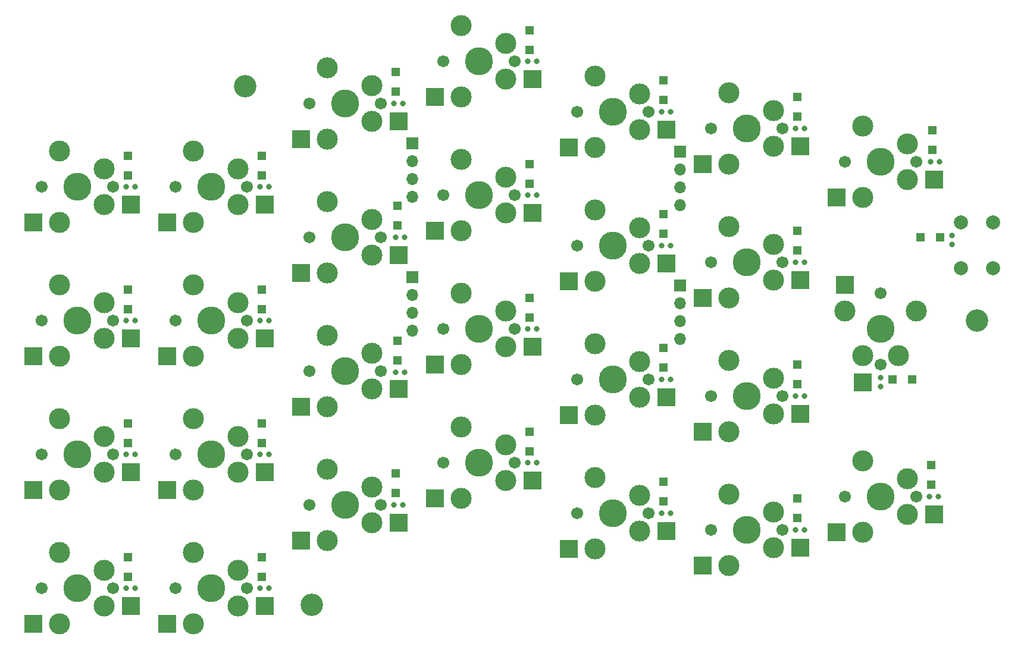
<source format=gbr>
%TF.GenerationSoftware,KiCad,Pcbnew,6.0.4*%
%TF.CreationDate,2022-05-08T18:53:29+02:00*%
%TF.ProjectId,mykeeb,6d796b65-6562-42e6-9b69-6361645f7063,rev?*%
%TF.SameCoordinates,Original*%
%TF.FileFunction,Soldermask,Bot*%
%TF.FilePolarity,Negative*%
%FSLAX46Y46*%
G04 Gerber Fmt 4.6, Leading zero omitted, Abs format (unit mm)*
G04 Created by KiCad (PCBNEW 6.0.4) date 2022-05-08 18:53:29*
%MOMM*%
%LPD*%
G01*
G04 APERTURE LIST*
%ADD10C,1.701800*%
%ADD11C,3.000000*%
%ADD12C,3.987800*%
%ADD13R,2.550000X2.500000*%
%ADD14R,1.200000X1.200000*%
%ADD15C,0.800000*%
%ADD16C,2.000000*%
%ADD17R,2.500000X2.550000*%
%ADD18R,1.700000X1.700000*%
%ADD19O,1.700000X1.700000*%
%ADD20C,3.200000*%
G04 APERTURE END LIST*
D10*
%TO.C,K26*%
X136604375Y-91678125D03*
D11*
X145494375Y-94218125D03*
X139144375Y-86598125D03*
D12*
X141684375Y-91678125D03*
D11*
X139144375Y-96758125D03*
X145494375Y-89138125D03*
D10*
X146764375Y-91678125D03*
D13*
X135394375Y-96758125D03*
X149244375Y-94218125D03*
%TD*%
D14*
%TO.C,D33*%
X91678125Y-85253625D03*
D15*
X91424125Y-86915625D03*
X92694125Y-86915625D03*
D14*
X91678125Y-82453625D03*
%TD*%
D11*
%TO.C,K14*%
X101044375Y-61039375D03*
X107394375Y-58499375D03*
D10*
X98504375Y-55959375D03*
D11*
X101044375Y-50879375D03*
D10*
X108664375Y-55959375D03*
D11*
X107394375Y-53419375D03*
D12*
X103584375Y-55959375D03*
D13*
X97294375Y-61039375D03*
X111144375Y-58499375D03*
%TD*%
D11*
%TO.C,K12*%
X62944375Y-49688750D03*
X62944375Y-59848750D03*
D12*
X65484375Y-54768750D03*
D10*
X60404375Y-54768750D03*
X70564375Y-54768750D03*
D11*
X69294375Y-57308750D03*
X69294375Y-52228750D03*
D13*
X59194375Y-59848750D03*
X73044375Y-57308750D03*
%TD*%
D15*
%TO.C,D32*%
X72374125Y-92868750D03*
D14*
X72628125Y-91206750D03*
X72628125Y-88406750D03*
D15*
X73644125Y-92868750D03*
%TD*%
D11*
%TO.C,K22*%
X69294375Y-76358750D03*
X62944375Y-68738750D03*
D12*
X65484375Y-73818750D03*
D11*
X62944375Y-78898750D03*
D10*
X70564375Y-73818750D03*
X60404375Y-73818750D03*
D11*
X69294375Y-71278750D03*
D13*
X59194375Y-78898750D03*
X73044375Y-76358750D03*
%TD*%
D15*
%TO.C,D10*%
X34274125Y-66675000D03*
D14*
X34528125Y-65013000D03*
X34528125Y-62213000D03*
D15*
X35544125Y-66675000D03*
%TD*%
D14*
%TO.C,D2*%
X72628125Y-34056750D03*
D15*
X72374125Y-35718750D03*
D14*
X72628125Y-31256750D03*
D15*
X73644125Y-35718750D03*
%TD*%
D11*
%TO.C,K30*%
X31194375Y-107315000D03*
X31194375Y-102235000D03*
X24844375Y-109855000D03*
D10*
X32464375Y-104775000D03*
D12*
X27384375Y-104775000D03*
D10*
X22304375Y-104775000D03*
D11*
X24844375Y-99695000D03*
D13*
X21094375Y-109855000D03*
X34944375Y-107315000D03*
%TD*%
D15*
%TO.C,D14*%
X110474125Y-55959375D03*
D14*
X110728125Y-54297375D03*
D15*
X111744125Y-55959375D03*
D14*
X110728125Y-51497375D03*
%TD*%
%TO.C,D5*%
X129778125Y-37628625D03*
D15*
X129524125Y-39290625D03*
X130794125Y-39290625D03*
D14*
X129778125Y-34828625D03*
%TD*%
%TO.C,D15*%
X129778125Y-56678625D03*
D15*
X129524125Y-58340625D03*
X130794125Y-58340625D03*
D14*
X129778125Y-53878625D03*
%TD*%
%TO.C,D36*%
X150144712Y-54778755D03*
D15*
X151804712Y-54514755D03*
D14*
X147344712Y-54778755D03*
D15*
X151804712Y-55784755D03*
%TD*%
%TO.C,D11*%
X53324125Y-66675000D03*
D14*
X53578125Y-65013000D03*
X53578125Y-62213000D03*
D15*
X54594125Y-66675000D03*
%TD*%
D11*
%TO.C,K31*%
X43894375Y-109855000D03*
X50244375Y-107315000D03*
D10*
X41354375Y-104775000D03*
D11*
X43894375Y-99695000D03*
X50244375Y-102235000D03*
D10*
X51514375Y-104775000D03*
D12*
X46434375Y-104775000D03*
D13*
X40144375Y-109855000D03*
X53994375Y-107315000D03*
%TD*%
D15*
%TO.C,D16*%
X141684375Y-74755375D03*
D14*
X143346375Y-75009375D03*
D15*
X141684375Y-76025375D03*
D14*
X146146375Y-75009375D03*
%TD*%
D11*
%TO.C,K20*%
X31194375Y-83185000D03*
X24844375Y-80645000D03*
D10*
X22304375Y-85725000D03*
D12*
X27384375Y-85725000D03*
D11*
X31194375Y-88265000D03*
X24844375Y-90805000D03*
D10*
X32464375Y-85725000D03*
D13*
X21094375Y-90805000D03*
X34944375Y-88265000D03*
%TD*%
D14*
%TO.C,D30*%
X34528125Y-103113000D03*
D15*
X34274125Y-104775000D03*
D14*
X34528125Y-100313000D03*
D15*
X35544125Y-104775000D03*
%TD*%
D14*
%TO.C,D25*%
X129778125Y-75728625D03*
D15*
X129524125Y-77390625D03*
D14*
X129778125Y-72928625D03*
D15*
X130794125Y-77390625D03*
%TD*%
%TO.C,D0*%
X34274125Y-47625000D03*
D14*
X34528125Y-45963000D03*
X34528125Y-43163000D03*
D15*
X35544125Y-47625000D03*
%TD*%
D16*
%TO.C,SW36*%
X157626590Y-59209381D03*
X157626590Y-52709381D03*
X153126590Y-59209381D03*
X153126590Y-52709381D03*
%TD*%
D15*
%TO.C,D4*%
X110474125Y-36909375D03*
D14*
X110728125Y-35247375D03*
X110728125Y-32447375D03*
D15*
X111744125Y-36909375D03*
%TD*%
D10*
%TO.C,K11*%
X41354375Y-66675000D03*
D11*
X43894375Y-61595000D03*
D10*
X51514375Y-66675000D03*
D11*
X43894375Y-71755000D03*
X50244375Y-64135000D03*
X50244375Y-69215000D03*
D12*
X46434375Y-66675000D03*
D13*
X40144375Y-71755000D03*
X53994375Y-69215000D03*
%TD*%
D11*
%TO.C,K4*%
X107394375Y-39449375D03*
X101044375Y-31829375D03*
D12*
X103584375Y-36909375D03*
D11*
X101044375Y-41989375D03*
X107394375Y-34369375D03*
D10*
X108664375Y-36909375D03*
X98504375Y-36909375D03*
D13*
X97294375Y-41989375D03*
X111144375Y-39449375D03*
%TD*%
D15*
%TO.C,D31*%
X53324125Y-104775000D03*
D14*
X53578125Y-103113000D03*
D15*
X54594125Y-104775000D03*
D14*
X53578125Y-100313000D03*
%TD*%
D10*
%TO.C,K10*%
X22304375Y-66675000D03*
D11*
X31194375Y-69215000D03*
D10*
X32464375Y-66675000D03*
D11*
X31194375Y-64135000D03*
D12*
X27384375Y-66675000D03*
D11*
X24844375Y-71755000D03*
X24844375Y-61595000D03*
D13*
X21094375Y-71755000D03*
X34944375Y-69215000D03*
%TD*%
D15*
%TO.C,D3*%
X91424125Y-29765625D03*
D14*
X91678125Y-28103625D03*
D15*
X92694125Y-29765625D03*
D14*
X91678125Y-25303625D03*
%TD*%
%TO.C,D13*%
X91678125Y-47153625D03*
D15*
X91424125Y-48815625D03*
D14*
X91678125Y-44353625D03*
D15*
X92694125Y-48815625D03*
%TD*%
D14*
%TO.C,D20*%
X34528125Y-84063000D03*
D15*
X34274125Y-85725000D03*
X35544125Y-85725000D03*
D14*
X34528125Y-81263000D03*
%TD*%
D12*
%TO.C,K3*%
X84534375Y-29765625D03*
D11*
X81994375Y-34845625D03*
X88344375Y-27225625D03*
X81994375Y-24685625D03*
X88344375Y-32305625D03*
D10*
X89614375Y-29765625D03*
X79454375Y-29765625D03*
D13*
X78244375Y-34845625D03*
X92094375Y-32305625D03*
%TD*%
D14*
%TO.C,D23*%
X91678125Y-66203625D03*
D15*
X91424125Y-67865625D03*
X92694125Y-67865625D03*
D14*
X91678125Y-63403625D03*
%TD*%
D11*
%TO.C,K16*%
X139144375Y-71675625D03*
X146764375Y-65325625D03*
X144224375Y-71675625D03*
D10*
X141684375Y-62785625D03*
D11*
X136604375Y-65325625D03*
D10*
X141684375Y-72945625D03*
D12*
X141684375Y-67865625D03*
D17*
X136604375Y-61575625D03*
X139144375Y-75425625D03*
%TD*%
D10*
%TO.C,K35*%
X127714375Y-96440625D03*
D11*
X120094375Y-101520625D03*
X126444375Y-98980625D03*
X120094375Y-91360625D03*
X126444375Y-93900625D03*
D10*
X117554375Y-96440625D03*
D12*
X122634375Y-96440625D03*
D13*
X116344375Y-101520625D03*
X130194375Y-98980625D03*
%TD*%
D11*
%TO.C,K2*%
X69294375Y-33178750D03*
X62944375Y-40798750D03*
D10*
X60404375Y-35718750D03*
D12*
X65484375Y-35718750D03*
D10*
X70564375Y-35718750D03*
D11*
X69294375Y-38258750D03*
X62944375Y-30638750D03*
D13*
X59194375Y-40798750D03*
X73044375Y-38258750D03*
%TD*%
D11*
%TO.C,K32*%
X62944375Y-87788750D03*
X62944375Y-97948750D03*
X69294375Y-95408750D03*
D10*
X60404375Y-92868750D03*
D11*
X69294375Y-90328750D03*
D12*
X65484375Y-92868750D03*
D10*
X70564375Y-92868750D03*
D13*
X59194375Y-97948750D03*
X73044375Y-95408750D03*
%TD*%
D11*
%TO.C,K5*%
X120094375Y-34210625D03*
X126444375Y-41830625D03*
D10*
X117554375Y-39290625D03*
D11*
X120094375Y-44370625D03*
D12*
X122634375Y-39290625D03*
D10*
X127714375Y-39290625D03*
D11*
X126444375Y-36750625D03*
D13*
X116344375Y-44370625D03*
X130194375Y-41830625D03*
%TD*%
D12*
%TO.C,K6*%
X141684375Y-44053125D03*
D11*
X139144375Y-38973125D03*
X139144375Y-49133125D03*
D10*
X136604375Y-44053125D03*
X146764375Y-44053125D03*
D11*
X145494375Y-46593125D03*
X145494375Y-41513125D03*
D13*
X135394375Y-49133125D03*
X149244375Y-46593125D03*
%TD*%
D10*
%TO.C,K13*%
X79454375Y-48815625D03*
D12*
X84534375Y-48815625D03*
D11*
X88344375Y-46275625D03*
X81994375Y-53895625D03*
X81994375Y-43735625D03*
X88344375Y-51355625D03*
D10*
X89614375Y-48815625D03*
D13*
X78244375Y-53895625D03*
X92094375Y-51355625D03*
%TD*%
D10*
%TO.C,K1*%
X51514375Y-47625000D03*
X41354375Y-47625000D03*
D11*
X50244375Y-50165000D03*
X43894375Y-42545000D03*
X43894375Y-52705000D03*
D12*
X46434375Y-47625000D03*
D11*
X50244375Y-45085000D03*
D13*
X40144375Y-52705000D03*
X53994375Y-50165000D03*
%TD*%
D14*
%TO.C,D21*%
X53578125Y-84063000D03*
D15*
X53324125Y-85725000D03*
D14*
X53578125Y-81263000D03*
D15*
X54594125Y-85725000D03*
%TD*%
D11*
%TO.C,K25*%
X120094375Y-72310625D03*
D12*
X122634375Y-77390625D03*
D11*
X120094375Y-82470625D03*
X126444375Y-79930625D03*
X126444375Y-74850625D03*
D10*
X127714375Y-77390625D03*
X117554375Y-77390625D03*
D13*
X116344375Y-82470625D03*
X130194375Y-79930625D03*
%TD*%
D18*
%TO.C,J2*%
X75009454Y-60483799D03*
D19*
X75009454Y-63023799D03*
X75009454Y-65563799D03*
X75009454Y-68103799D03*
D18*
X113109454Y-61674424D03*
D19*
X113109454Y-64214424D03*
X113109454Y-66754424D03*
X113109454Y-69294424D03*
D18*
X75009454Y-41433799D03*
D19*
X75009454Y-43973799D03*
X75009454Y-46513799D03*
X75009454Y-49053799D03*
D18*
X113109454Y-42624424D03*
D19*
X113109454Y-45164424D03*
X113109454Y-47704424D03*
X113109454Y-50244424D03*
%TD*%
D14*
%TO.C,D1*%
X53578125Y-45963000D03*
D15*
X53324125Y-47625000D03*
X54594125Y-47625000D03*
D14*
X53578125Y-43163000D03*
%TD*%
D12*
%TO.C,K33*%
X84534375Y-86915625D03*
D11*
X88344375Y-84375625D03*
D10*
X79454375Y-86915625D03*
D11*
X81994375Y-91995625D03*
X81994375Y-81835625D03*
X88344375Y-89455625D03*
D10*
X89614375Y-86915625D03*
D13*
X78244375Y-91995625D03*
X92094375Y-89455625D03*
%TD*%
D15*
%TO.C,D24*%
X110474125Y-75009375D03*
D14*
X110728125Y-73347375D03*
X110728125Y-70547375D03*
D15*
X111744125Y-75009375D03*
%TD*%
%TO.C,D26*%
X148574125Y-91678125D03*
D14*
X148828125Y-90016125D03*
D15*
X149844125Y-91678125D03*
D14*
X148828125Y-87216125D03*
%TD*%
D15*
%TO.C,D35*%
X129524125Y-96440625D03*
D14*
X129778125Y-94778625D03*
D15*
X130794125Y-96440625D03*
D14*
X129778125Y-91978625D03*
%TD*%
D12*
%TO.C,K21*%
X46434375Y-85725000D03*
D11*
X43894375Y-80645000D03*
D10*
X41354375Y-85725000D03*
X51514375Y-85725000D03*
D11*
X50244375Y-88265000D03*
X50244375Y-83185000D03*
X43894375Y-90805000D03*
D13*
X40144375Y-90805000D03*
X53994375Y-88265000D03*
%TD*%
D14*
%TO.C,D12*%
X72882125Y-53106750D03*
D15*
X72628125Y-54768750D03*
D14*
X72882125Y-50306750D03*
D15*
X73898125Y-54768750D03*
%TD*%
D20*
%TO.C,H1*%
X51196875Y-33337500D03*
%TD*%
D11*
%TO.C,K0*%
X24844375Y-42545000D03*
X24844375Y-52705000D03*
D10*
X32464375Y-47625000D03*
D11*
X31194375Y-50165000D03*
D12*
X27384375Y-47625000D03*
D11*
X31194375Y-45085000D03*
D10*
X22304375Y-47625000D03*
D13*
X21094375Y-52705000D03*
X34944375Y-50165000D03*
%TD*%
D10*
%TO.C,K34*%
X98504375Y-94059375D03*
X108664375Y-94059375D03*
D12*
X103584375Y-94059375D03*
D11*
X101044375Y-99139375D03*
X107394375Y-96599375D03*
X107394375Y-91519375D03*
X101044375Y-88979375D03*
D13*
X97294375Y-99139375D03*
X111144375Y-96599375D03*
%TD*%
D15*
%TO.C,D34*%
X110474125Y-94059375D03*
D14*
X110728125Y-92397375D03*
X110728125Y-89597375D03*
D15*
X111744125Y-94059375D03*
%TD*%
D20*
%TO.C,H3*%
X155376590Y-66675056D03*
%TD*%
D14*
%TO.C,D22*%
X72882125Y-72331375D03*
D15*
X72628125Y-73993375D03*
X73898125Y-73993375D03*
D14*
X72882125Y-69531375D03*
%TD*%
D12*
%TO.C,K24*%
X103584375Y-75009375D03*
D11*
X107394375Y-72469375D03*
X107394375Y-77549375D03*
D10*
X108664375Y-75009375D03*
D11*
X101044375Y-80089375D03*
X101044375Y-69929375D03*
D10*
X98504375Y-75009375D03*
D13*
X97294375Y-80089375D03*
X111144375Y-77549375D03*
%TD*%
D11*
%TO.C,K23*%
X81994375Y-72945625D03*
X88344375Y-65325625D03*
X88344375Y-70405625D03*
D12*
X84534375Y-67865625D03*
D10*
X89614375Y-67865625D03*
D11*
X81994375Y-62785625D03*
D10*
X79454375Y-67865625D03*
D13*
X78244375Y-72945625D03*
X92094375Y-70405625D03*
%TD*%
D20*
%TO.C,H2*%
X60721875Y-107156250D03*
%TD*%
D15*
%TO.C,D6*%
X148748750Y-44053125D03*
D14*
X149002750Y-42391125D03*
X149002750Y-39591125D03*
D15*
X150018750Y-44053125D03*
%TD*%
D11*
%TO.C,K15*%
X120094375Y-63420625D03*
D12*
X122634375Y-58340625D03*
D10*
X127714375Y-58340625D03*
X117554375Y-58340625D03*
D11*
X126444375Y-55800625D03*
X126444375Y-60880625D03*
X120094375Y-53260625D03*
D13*
X116344375Y-63420625D03*
X130194375Y-60880625D03*
%TD*%
M02*

</source>
